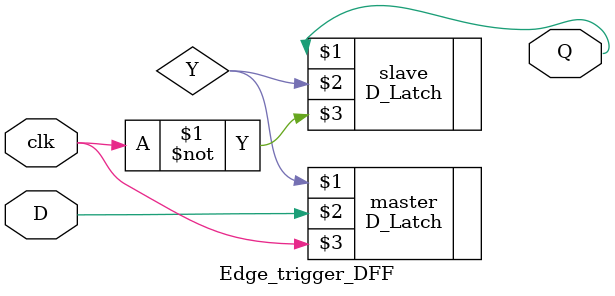
<source format=v>
module Edge_trigger_DFF(Q,D,clk);

    input wire D,clk;
    output wire Q;

    wire Y;

    D_Latch master(Y,D,clk);
    D_Latch slave(Q,Y,~clk);

endmodule

</source>
